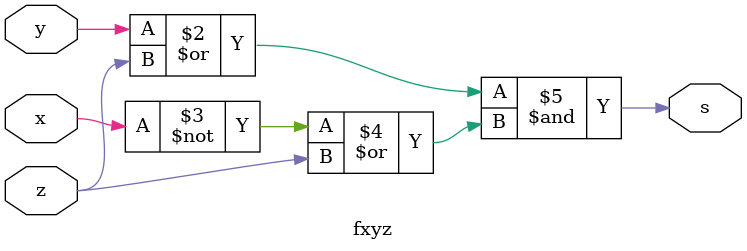
<source format=v>
/*
	Guia_0602b.v
	842536 - Mateus Henrique Medeiros Diniz
*/

module Guia_0602b;
	reg x, y, z;
	wire s;
	reg[2 : 0] m;
	
	fxyz f (s, x, y, z);
	
	initial 
	begin: main
		integer i;
		
		$display("s = (y | z) & (~x | z)");
		
		$display("m x y z | s");
		$monitor("%d %b %b %b | %b", m, x, y, z, s);
		
		m = 0;
		x = 0;
		y = 0;
		z = 0;
		
		for(i = 0; i < 7; i++) begin
			#1
			z = ~z;
			
			if((i + 1) % 2 == 0) begin
				y = ~y;
			end
			
			if((i + 1) % 4 == 0) begin
				x = ~x;
			end
			
			m++;
		end
	end
endmodule

module fxyz (output s, input x, y, z);
	assign s = (y | z) & (~x | z);
endmodule
</source>
